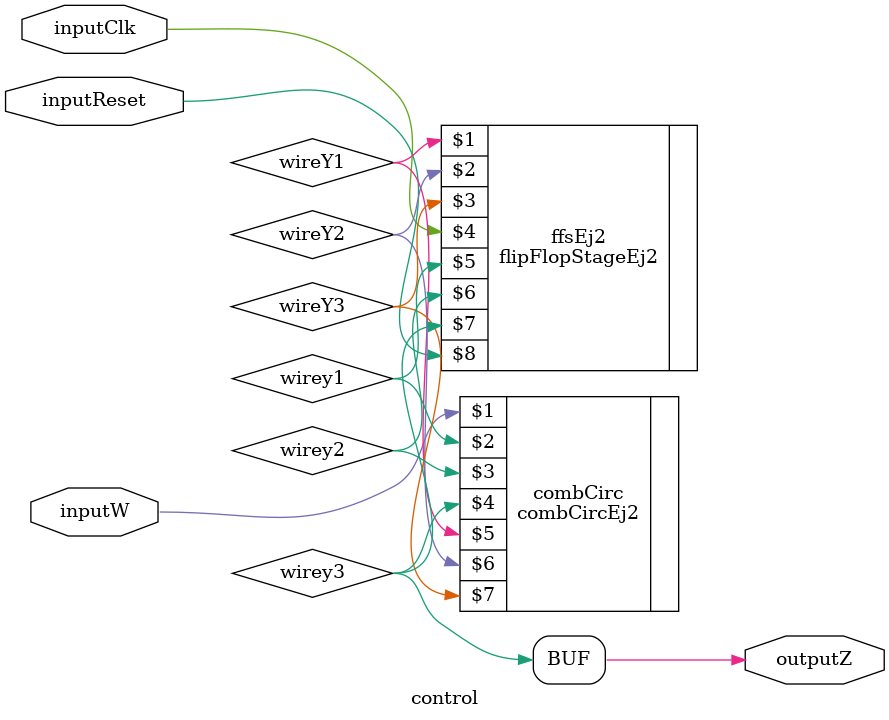
<source format=v>

module control(
    inputW,
    inputClk,
    inputReset,
    outputZ
);

    input inputW;
    input inputClk;
    input inputReset;
    output outputZ;
    wire wirey1;
    wire wirey2;
    wire wirey3;
    wire wireY1;
    wire wireY2;
    wire wireY3;    


    combCircEj2 combCirc(inputW,wirey1,wirey2,wirey3,wireY1,wireY2,wireY3);

    flipFlopStageEj2 ffsEj2(wireY1,wireY2,wireY3,inputClk,wirey1,wirey2,wirey3,inputReset);

    assign outputZ = wirey3;

endmodule

</source>
